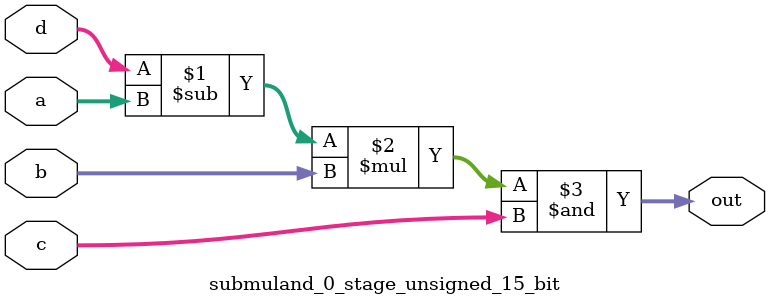
<source format=sv>
(* use_dsp = "yes" *) module submuland_0_stage_unsigned_15_bit(
	input  [14:0] a,
	input  [14:0] b,
	input  [14:0] c,
	input  [14:0] d,
	output [14:0] out
	);

	assign out = ((d - a) * b) & c;
endmodule

</source>
